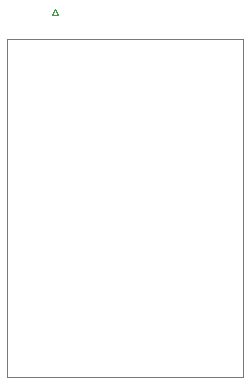
<source format=gbr>
%TF.GenerationSoftware,KiCad,Pcbnew,7.0.2*%
%TF.CreationDate,2023-10-19T19:02:44-04:00*%
%TF.ProjectId,XBee_Joint,58426565-5f4a-46f6-996e-742e6b696361,rev?*%
%TF.SameCoordinates,Original*%
%TF.FileFunction,Legend,Bot*%
%TF.FilePolarity,Positive*%
%FSLAX46Y46*%
G04 Gerber Fmt 4.6, Leading zero omitted, Abs format (unit mm)*
G04 Created by KiCad (PCBNEW 7.0.2) date 2023-10-19 19:02:44*
%MOMM*%
%LPD*%
G01*
G04 APERTURE LIST*
%ADD10C,0.120000*%
G04 APERTURE END LIST*
D10*
%TO.C,U3*%
X69250000Y-111610000D02*
X89250000Y-111610000D01*
X89250000Y-111610000D02*
X89250000Y-140210000D01*
X89250000Y-140210000D02*
X69250000Y-140210000D01*
X69250000Y-140210000D02*
X69250000Y-111610000D01*
%TO.C,AE1*%
X73600000Y-109580000D02*
X73350000Y-109080000D01*
X73350000Y-109080000D02*
X73100000Y-109580000D01*
X73100000Y-109580000D02*
X73600000Y-109580000D01*
%TD*%
M02*

</source>
